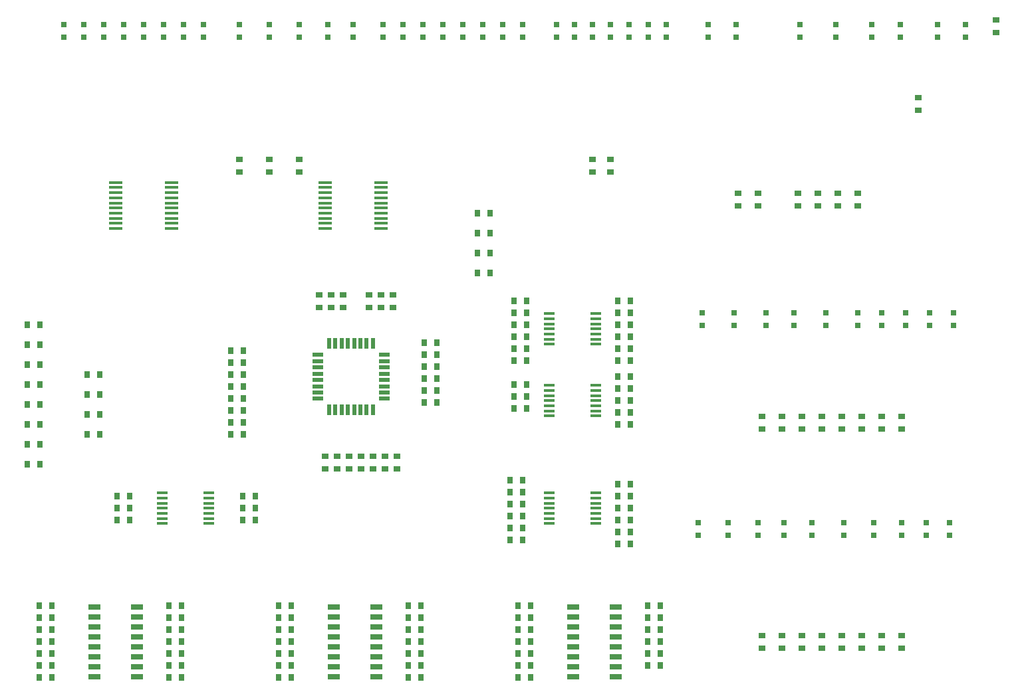
<source format=gtp>
G04*
G04 #@! TF.GenerationSoftware,Altium Limited,Altium Designer,22.3.1 (43)*
G04*
G04 Layer_Color=8421504*
%FSLAX25Y25*%
%MOIN*%
G70*
G04*
G04 #@! TF.SameCoordinates,60FF7B14-72D9-4FEE-8752-AF75FF6C3092*
G04*
G04*
G04 #@! TF.FilePolarity,Positive*
G04*
G01*
G75*
%ADD15R,0.03150X0.03150*%
%ADD16R,0.03150X0.03740*%
%ADD17R,0.05807X0.01772*%
%ADD18R,0.03740X0.03150*%
%ADD19R,0.07087X0.01772*%
%ADD20R,0.02362X0.05807*%
%ADD21R,0.05807X0.02362*%
%ADD22R,0.06004X0.02559*%
D15*
X163000Y334350D02*
D03*
Y340650D02*
D03*
X178000Y334350D02*
D03*
Y340650D02*
D03*
X193000Y334350D02*
D03*
Y340650D02*
D03*
X220000Y334350D02*
D03*
Y340650D02*
D03*
X207500Y334350D02*
D03*
Y340650D02*
D03*
X521000Y189850D02*
D03*
Y196150D02*
D03*
X322000Y340650D02*
D03*
Y334350D02*
D03*
X331000Y340650D02*
D03*
Y334350D02*
D03*
X340000Y340650D02*
D03*
Y334350D02*
D03*
X349000Y340650D02*
D03*
Y334350D02*
D03*
X358500Y340650D02*
D03*
Y334350D02*
D03*
X368000Y340650D02*
D03*
Y334350D02*
D03*
X377000Y340650D02*
D03*
Y334350D02*
D03*
X398000Y340650D02*
D03*
Y334350D02*
D03*
X412000Y340650D02*
D03*
Y334350D02*
D03*
X444000Y340650D02*
D03*
Y334350D02*
D03*
X462000Y340650D02*
D03*
Y334350D02*
D03*
X480000Y340650D02*
D03*
Y334350D02*
D03*
X494500Y340650D02*
D03*
Y334350D02*
D03*
X145000Y340650D02*
D03*
Y334350D02*
D03*
X135000Y340650D02*
D03*
Y334350D02*
D03*
X125000Y340650D02*
D03*
Y334350D02*
D03*
X115000Y340650D02*
D03*
Y334350D02*
D03*
X105000Y340650D02*
D03*
Y334350D02*
D03*
X95000Y340650D02*
D03*
Y334350D02*
D03*
X85000Y340650D02*
D03*
Y334350D02*
D03*
X75000Y340650D02*
D03*
Y334350D02*
D03*
X527000Y340650D02*
D03*
Y334350D02*
D03*
X513000Y340650D02*
D03*
Y334350D02*
D03*
X393000Y90650D02*
D03*
Y84350D02*
D03*
X408000Y90650D02*
D03*
Y84350D02*
D03*
X423000Y90650D02*
D03*
Y84350D02*
D03*
X436000Y90650D02*
D03*
Y84350D02*
D03*
X450000Y90650D02*
D03*
Y84350D02*
D03*
X466000Y90650D02*
D03*
Y84350D02*
D03*
X481000Y90650D02*
D03*
Y84350D02*
D03*
X495000Y90650D02*
D03*
Y84350D02*
D03*
X507500Y90650D02*
D03*
Y84350D02*
D03*
X519000Y90650D02*
D03*
Y84350D02*
D03*
X305000Y340650D02*
D03*
Y334350D02*
D03*
X295000Y340650D02*
D03*
Y334350D02*
D03*
X285000Y340650D02*
D03*
Y334350D02*
D03*
X275000Y340650D02*
D03*
Y334350D02*
D03*
X265000Y340650D02*
D03*
Y334350D02*
D03*
X255000Y340650D02*
D03*
Y334350D02*
D03*
X245000Y340650D02*
D03*
Y334350D02*
D03*
X235000Y340650D02*
D03*
Y334350D02*
D03*
X395000Y196150D02*
D03*
Y189850D02*
D03*
X411000Y196150D02*
D03*
Y189850D02*
D03*
X427000Y196150D02*
D03*
Y189850D02*
D03*
X441000Y196150D02*
D03*
Y189850D02*
D03*
X457000Y196150D02*
D03*
Y189850D02*
D03*
X473000Y196150D02*
D03*
Y189850D02*
D03*
X485000Y196150D02*
D03*
Y189850D02*
D03*
X497000Y196150D02*
D03*
Y189850D02*
D03*
X509000Y196150D02*
D03*
Y189850D02*
D03*
D16*
X352850Y110000D02*
D03*
X359150D02*
D03*
X352850Y98000D02*
D03*
X359150D02*
D03*
Y92000D02*
D03*
X352850D02*
D03*
Y86000D02*
D03*
X359150D02*
D03*
Y80000D02*
D03*
X352850D02*
D03*
X359150Y196000D02*
D03*
X352850D02*
D03*
X101850Y104000D02*
D03*
X108150D02*
D03*
X101850Y98000D02*
D03*
X108150D02*
D03*
X101850Y92000D02*
D03*
X108150D02*
D03*
X171150D02*
D03*
X164850D02*
D03*
X171150Y98000D02*
D03*
X164850D02*
D03*
X171150Y104000D02*
D03*
X164850D02*
D03*
X307150Y196000D02*
D03*
X300850D02*
D03*
Y202000D02*
D03*
X307150D02*
D03*
Y184000D02*
D03*
X300850D02*
D03*
Y190000D02*
D03*
X307150D02*
D03*
Y172000D02*
D03*
X300850D02*
D03*
Y178000D02*
D03*
X307150D02*
D03*
X352850Y172000D02*
D03*
X359150D02*
D03*
Y178000D02*
D03*
X352850D02*
D03*
Y184000D02*
D03*
X359150D02*
D03*
Y190000D02*
D03*
X352850D02*
D03*
X359150Y202000D02*
D03*
X352850D02*
D03*
X305150Y106000D02*
D03*
X298850D02*
D03*
Y112000D02*
D03*
X305150D02*
D03*
Y94000D02*
D03*
X298850D02*
D03*
Y100000D02*
D03*
X305150D02*
D03*
Y82000D02*
D03*
X298850D02*
D03*
Y88000D02*
D03*
X305150D02*
D03*
X352850Y104000D02*
D03*
X359150D02*
D03*
X300850Y160000D02*
D03*
X307150D02*
D03*
X300850Y154000D02*
D03*
X307150D02*
D03*
X300850Y148000D02*
D03*
X307150D02*
D03*
X359150Y140000D02*
D03*
X352850D02*
D03*
Y146000D02*
D03*
X359150D02*
D03*
Y152000D02*
D03*
X352850D02*
D03*
Y158000D02*
D03*
X359150D02*
D03*
Y164000D02*
D03*
X352850D02*
D03*
X282350Y246000D02*
D03*
X288650D02*
D03*
X63150Y190000D02*
D03*
X56850D02*
D03*
X288650Y216000D02*
D03*
X282350D02*
D03*
Y236000D02*
D03*
X288650D02*
D03*
X63150Y180000D02*
D03*
X56850D02*
D03*
X282350Y226000D02*
D03*
X288650D02*
D03*
X86850Y165000D02*
D03*
X93150D02*
D03*
X63150Y170000D02*
D03*
X56850D02*
D03*
X86850Y155000D02*
D03*
X93150D02*
D03*
X63150Y160000D02*
D03*
X56850D02*
D03*
X86850Y145000D02*
D03*
X93150D02*
D03*
X63150Y150000D02*
D03*
X56850D02*
D03*
X86850Y135000D02*
D03*
X93150D02*
D03*
X63150Y140000D02*
D03*
X56850D02*
D03*
X63150Y130000D02*
D03*
X56850D02*
D03*
X63150Y120000D02*
D03*
X56850D02*
D03*
X255850Y181000D02*
D03*
X262150D02*
D03*
X158850Y177000D02*
D03*
X165150D02*
D03*
X255850Y175000D02*
D03*
X262150D02*
D03*
X158850Y171000D02*
D03*
X165150D02*
D03*
X255850Y169000D02*
D03*
X262150D02*
D03*
X158850Y165000D02*
D03*
X165150D02*
D03*
X255850Y163000D02*
D03*
X262150D02*
D03*
X158850Y159000D02*
D03*
X165150D02*
D03*
X255850Y157000D02*
D03*
X262150D02*
D03*
X158850Y153000D02*
D03*
X165150D02*
D03*
X255850Y151000D02*
D03*
X262150D02*
D03*
X158850Y147000D02*
D03*
X165150D02*
D03*
X158850Y141000D02*
D03*
X165150D02*
D03*
X158850Y135000D02*
D03*
X165150D02*
D03*
X247850Y49000D02*
D03*
X254150D02*
D03*
X189150D02*
D03*
X182850D02*
D03*
X254150Y43000D02*
D03*
X247850D02*
D03*
X189150D02*
D03*
X182850D02*
D03*
X254150Y37000D02*
D03*
X247850D02*
D03*
X189150D02*
D03*
X182850D02*
D03*
X254150Y31000D02*
D03*
X247850D02*
D03*
X189150D02*
D03*
X182850D02*
D03*
X254150Y25000D02*
D03*
X247850D02*
D03*
X189150D02*
D03*
X182850D02*
D03*
X254150Y19000D02*
D03*
X247850D02*
D03*
X189150D02*
D03*
X182850D02*
D03*
X189150Y13000D02*
D03*
X182850D02*
D03*
X247850D02*
D03*
X254150D02*
D03*
X127850Y49000D02*
D03*
X134150D02*
D03*
X69150D02*
D03*
X62850D02*
D03*
X134150Y43000D02*
D03*
X127850D02*
D03*
X69150D02*
D03*
X62850D02*
D03*
X134150Y37000D02*
D03*
X127850D02*
D03*
X69150D02*
D03*
X62850D02*
D03*
X134150Y31000D02*
D03*
X127850D02*
D03*
X69150D02*
D03*
X62850D02*
D03*
X134150Y25000D02*
D03*
X127850D02*
D03*
X69150D02*
D03*
X62850D02*
D03*
X134150Y19000D02*
D03*
X127850D02*
D03*
X367850Y49000D02*
D03*
X374150D02*
D03*
X69150Y19000D02*
D03*
X62850D02*
D03*
X309150Y49000D02*
D03*
X302850D02*
D03*
X374150Y43000D02*
D03*
X367850D02*
D03*
X69150Y13000D02*
D03*
X62850D02*
D03*
X309150Y43000D02*
D03*
X302850D02*
D03*
X374150Y37000D02*
D03*
X367850D02*
D03*
X309150D02*
D03*
X302850D02*
D03*
X374150Y31000D02*
D03*
X367850D02*
D03*
X127850Y13000D02*
D03*
X134150D02*
D03*
X309150Y31000D02*
D03*
X302850D02*
D03*
X374150Y25000D02*
D03*
X367850D02*
D03*
X309150D02*
D03*
X302850D02*
D03*
X374150Y19000D02*
D03*
X367850D02*
D03*
X309150D02*
D03*
X302850D02*
D03*
X309150Y13000D02*
D03*
X302850D02*
D03*
D17*
X341567Y195677D02*
D03*
Y193118D02*
D03*
Y190559D02*
D03*
Y188000D02*
D03*
Y185441D02*
D03*
Y182882D02*
D03*
Y180323D02*
D03*
X318433D02*
D03*
Y182882D02*
D03*
Y185441D02*
D03*
Y188000D02*
D03*
Y190559D02*
D03*
Y193118D02*
D03*
Y195677D02*
D03*
X124433Y105677D02*
D03*
Y103118D02*
D03*
Y100559D02*
D03*
Y98000D02*
D03*
Y95441D02*
D03*
Y92882D02*
D03*
Y90323D02*
D03*
X147567D02*
D03*
Y92882D02*
D03*
Y95441D02*
D03*
Y98000D02*
D03*
Y100559D02*
D03*
Y103118D02*
D03*
Y105677D02*
D03*
X318433D02*
D03*
Y103118D02*
D03*
Y100559D02*
D03*
Y98000D02*
D03*
Y95441D02*
D03*
Y92882D02*
D03*
Y90323D02*
D03*
X341567D02*
D03*
Y92882D02*
D03*
Y95441D02*
D03*
Y98000D02*
D03*
Y100559D02*
D03*
Y103118D02*
D03*
Y105677D02*
D03*
X318433Y159677D02*
D03*
Y157118D02*
D03*
Y154559D02*
D03*
Y152000D02*
D03*
Y149441D02*
D03*
Y146882D02*
D03*
Y144323D02*
D03*
X341567D02*
D03*
Y146882D02*
D03*
Y149441D02*
D03*
Y152000D02*
D03*
Y154559D02*
D03*
Y157118D02*
D03*
Y159677D02*
D03*
D18*
X413000Y256150D02*
D03*
Y249850D02*
D03*
X473000Y256150D02*
D03*
Y249850D02*
D03*
X463000Y256150D02*
D03*
Y249850D02*
D03*
X453000Y256150D02*
D03*
Y249850D02*
D03*
X443000Y256150D02*
D03*
Y249850D02*
D03*
X423000Y256150D02*
D03*
Y249850D02*
D03*
X485000Y137850D02*
D03*
Y144150D02*
D03*
X193000Y266850D02*
D03*
Y273150D02*
D03*
X163000Y266850D02*
D03*
Y273150D02*
D03*
X340000Y266850D02*
D03*
Y273150D02*
D03*
X178000Y266850D02*
D03*
Y273150D02*
D03*
X349000Y266850D02*
D03*
Y273150D02*
D03*
X503500Y297850D02*
D03*
Y304150D02*
D03*
X228000Y198850D02*
D03*
Y205150D02*
D03*
X215000D02*
D03*
Y198850D02*
D03*
X234000D02*
D03*
Y205150D02*
D03*
X209000D02*
D03*
Y198850D02*
D03*
X240000D02*
D03*
Y205150D02*
D03*
X203000D02*
D03*
Y198850D02*
D03*
X542500Y336850D02*
D03*
Y343150D02*
D03*
X242000Y124150D02*
D03*
Y117850D02*
D03*
X236000Y124150D02*
D03*
Y117850D02*
D03*
X230000Y124150D02*
D03*
Y117850D02*
D03*
X224000Y124150D02*
D03*
Y117850D02*
D03*
X206000D02*
D03*
Y124150D02*
D03*
X218000D02*
D03*
Y117850D02*
D03*
X212000Y124150D02*
D03*
Y117850D02*
D03*
X425000Y27850D02*
D03*
Y34150D02*
D03*
X435000Y27850D02*
D03*
Y34150D02*
D03*
X445000Y27850D02*
D03*
Y34150D02*
D03*
X455000Y27850D02*
D03*
Y34150D02*
D03*
X465000Y27850D02*
D03*
Y34150D02*
D03*
X475000Y27850D02*
D03*
Y34150D02*
D03*
X485000Y27850D02*
D03*
Y34150D02*
D03*
X495000Y27850D02*
D03*
Y34150D02*
D03*
X425000Y137850D02*
D03*
Y144150D02*
D03*
X435000Y137850D02*
D03*
Y144150D02*
D03*
X445000Y137850D02*
D03*
Y144150D02*
D03*
X455000Y137850D02*
D03*
Y144150D02*
D03*
X465000Y137850D02*
D03*
Y144150D02*
D03*
X475000Y137850D02*
D03*
Y144150D02*
D03*
X495000Y137850D02*
D03*
Y144150D02*
D03*
D19*
X101024Y261516D02*
D03*
Y258957D02*
D03*
Y256398D02*
D03*
Y253839D02*
D03*
Y251280D02*
D03*
Y248720D02*
D03*
Y246161D02*
D03*
Y243602D02*
D03*
Y241043D02*
D03*
Y238484D02*
D03*
X128976D02*
D03*
Y241043D02*
D03*
Y243602D02*
D03*
Y246161D02*
D03*
Y248720D02*
D03*
Y251280D02*
D03*
Y253839D02*
D03*
Y256398D02*
D03*
Y258957D02*
D03*
Y261516D02*
D03*
X206024D02*
D03*
Y258957D02*
D03*
Y256398D02*
D03*
Y253839D02*
D03*
Y251280D02*
D03*
Y248720D02*
D03*
Y246161D02*
D03*
Y243602D02*
D03*
Y241043D02*
D03*
Y238484D02*
D03*
X233976D02*
D03*
Y241043D02*
D03*
Y243602D02*
D03*
Y246161D02*
D03*
Y248720D02*
D03*
Y251280D02*
D03*
Y253839D02*
D03*
Y256398D02*
D03*
Y258957D02*
D03*
Y261516D02*
D03*
D20*
X207976Y180685D02*
D03*
X211126D02*
D03*
X214276D02*
D03*
X217425D02*
D03*
X220575D02*
D03*
X223724D02*
D03*
X226874D02*
D03*
X230024D02*
D03*
Y147315D02*
D03*
X226874D02*
D03*
X223724D02*
D03*
X220575D02*
D03*
X217425D02*
D03*
X214276D02*
D03*
X211126D02*
D03*
X207976D02*
D03*
D21*
X235685Y175024D02*
D03*
Y171874D02*
D03*
Y168724D02*
D03*
Y165575D02*
D03*
Y162425D02*
D03*
Y159276D02*
D03*
Y156126D02*
D03*
Y152976D02*
D03*
X202315D02*
D03*
Y156126D02*
D03*
Y159276D02*
D03*
Y162425D02*
D03*
Y165575D02*
D03*
Y168724D02*
D03*
Y171874D02*
D03*
Y175024D02*
D03*
D22*
X231677Y48500D02*
D03*
Y43500D02*
D03*
Y38500D02*
D03*
Y33500D02*
D03*
Y28500D02*
D03*
Y23500D02*
D03*
Y18500D02*
D03*
Y13500D02*
D03*
X210323D02*
D03*
Y18500D02*
D03*
Y23500D02*
D03*
Y28500D02*
D03*
Y33500D02*
D03*
Y38500D02*
D03*
Y43500D02*
D03*
Y48500D02*
D03*
X111677D02*
D03*
Y43500D02*
D03*
Y38500D02*
D03*
Y33500D02*
D03*
Y28500D02*
D03*
Y23500D02*
D03*
Y18500D02*
D03*
Y13500D02*
D03*
X90323D02*
D03*
Y18500D02*
D03*
Y23500D02*
D03*
Y28500D02*
D03*
Y33500D02*
D03*
Y38500D02*
D03*
Y43500D02*
D03*
Y48500D02*
D03*
X351677D02*
D03*
Y43500D02*
D03*
Y38500D02*
D03*
Y33500D02*
D03*
Y28500D02*
D03*
Y23500D02*
D03*
Y18500D02*
D03*
Y13500D02*
D03*
X330323D02*
D03*
Y18500D02*
D03*
Y23500D02*
D03*
Y28500D02*
D03*
Y33500D02*
D03*
Y38500D02*
D03*
Y43500D02*
D03*
Y48500D02*
D03*
M02*

</source>
